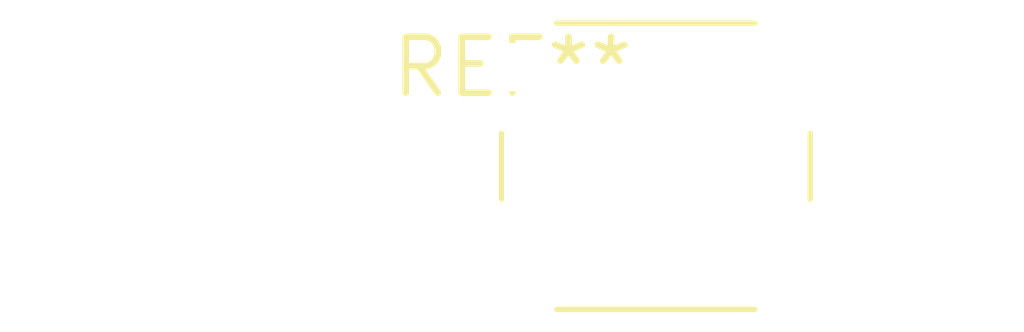
<source format=kicad_pcb>
(kicad_pcb (version 20240108) (generator pcbnew)
  (layers (0 "F.Cu" signal) (31 "B.Cu" signal) (34 "B.Paste" user) (35 "F.Paste" user) (36 "B.SilkS" user "B.Silkscreen") (37 "F.SilkS" user "F.Silkscreen") (38 "B.Mask" user) (39 "F.Mask" user) (44 "Edge.Cuts" user))
  (net 0 "")
  (footprint "SW_PUSH_6mm_H7.3mm" (layer "F.Cu") (at 0 0)
    (property "Reference" "REF**")
    (property "Value" "SW_PUSH_6mm_H7.3mm")
    (fp_line (start -0.25 1.5) (end -0.25 3) (layer "F.SilkS") (stroke (width 0.12)))
    (fp_line (start 1 5.5) (end 5.5 5.5) (layer "F.SilkS") (stroke (width 0.12)))
    (fp_line (start 5.5 -1) (end 1 -1) (layer "F.SilkS") (stroke (width 0.12)))
    (fp_line (start 6.75 3) (end 6.75 1.5) (layer "F.SilkS") (stroke (width 0.12)))
    (pad "1" thru_hole circle (at 0 0 90) (size 2 2) (drill 1.1) (layers *.Cu *.Mask) (remove_unused_layers))
    (pad "1" thru_hole circle (at 6.5 0 90) (size 2 2) (drill 1.1) (layers *.Cu *.Mask) (remove_unused_layers))
    (pad "2" thru_hole circle (at 0 4.5 90) (size 2 2) (drill 1.1) (layers *.Cu *.Mask) (remove_unused_layers))
    (pad "2" thru_hole circle (at 6.5 4.5 90) (size 2 2) (drill 1.1) (layers *.Cu *.Mask) (remove_unused_layers))
  )
)
</source>
